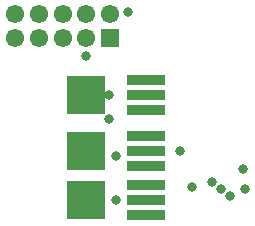
<source format=gbs>
G04*
G04 #@! TF.GenerationSoftware,Altium Limited,Altium Designer,19.1.8 (144)*
G04*
G04 Layer_Color=16711935*
%FSLAX43Y43*%
%MOMM*%
G71*
G01*
G75*
%ADD18R,3.203X3.203*%
%ADD20R,1.553X1.553*%
%ADD21C,1.553*%
%ADD22C,0.803*%
%ADD33R,3.203X0.903*%
D18*
X176195Y61421D02*
D03*
Y65598D02*
D03*
Y70301D02*
D03*
D20*
X178217Y75201D02*
D03*
D21*
Y77201D02*
D03*
X176217Y75201D02*
D03*
Y77201D02*
D03*
X174217Y75201D02*
D03*
Y77201D02*
D03*
X172217Y75201D02*
D03*
Y77201D02*
D03*
X170217Y75201D02*
D03*
Y77201D02*
D03*
D22*
X185200Y62525D02*
D03*
X179734Y77402D02*
D03*
X186894Y62978D02*
D03*
X184205Y65611D02*
D03*
X188421Y61778D02*
D03*
X189640Y62340D02*
D03*
X187654Y62351D02*
D03*
X189513Y64067D02*
D03*
X176195Y73656D02*
D03*
X178122Y68272D02*
D03*
X178756Y65146D02*
D03*
Y61476D02*
D03*
X178122Y70301D02*
D03*
D33*
X181275D02*
D03*
Y69031D02*
D03*
Y71571D02*
D03*
Y65598D02*
D03*
Y64328D02*
D03*
Y66868D02*
D03*
Y61421D02*
D03*
Y60151D02*
D03*
Y62691D02*
D03*
M02*

</source>
